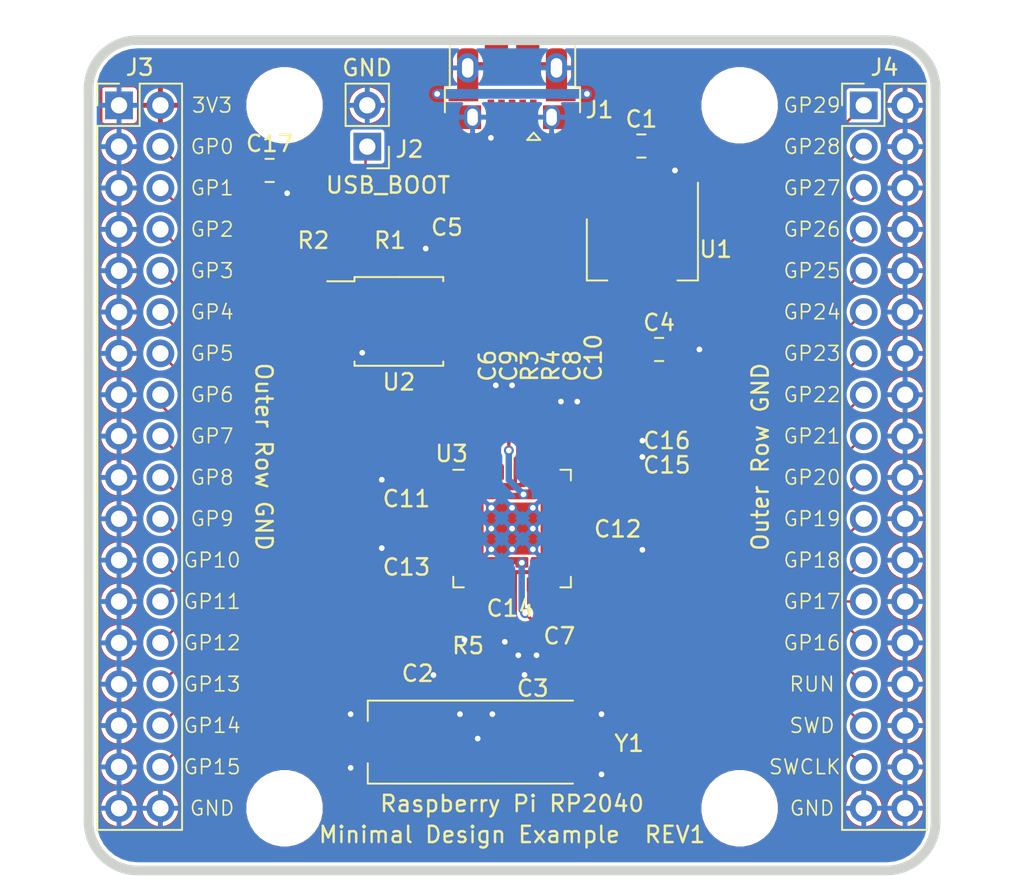
<source format=kicad_pcb>
(kicad_pcb (version 20211014) (generator pcbnew)
  (title_block (title "RP2040 Minimal Design Example") (date "2020-07-13") (rev "REV1") (company "Raspberry Pi (Trading) Ltd"))
  (layers (0 "F.Cu" signal) (31 "B.Cu" signal) (34 "B.Paste" user) (35 "F.Paste" user) (36 "B.SilkS" user "B.Silkscreen") (37 "F.SilkS" user "F.Silkscreen") (38 "B.Mask" user) (39 "F.Mask" user) (44 "Edge.Cuts" user))
  (net 0 "")
  (net 1 "GND")
  (net 2 "VBUS")
  (net 3 "/XIN")
  (net 4 "/XOUT")
  (net 5 "+3V3")
  (net 6 "+1V1")
  (net 7 "Net-(J1-Pad4)")
  (net 8 "/~{USB_BOOT}")
  (net 9 "/GPIO15")
  (net 10 "/GPIO14")
  (net 11 "/GPIO13")
  (net 12 "/GPIO12")
  (net 13 "/GPIO11")
  (net 14 "/GPIO10")
  (net 15 "/GPIO9")
  (net 16 "/GPIO8")
  (net 17 "/GPIO7")
  (net 18 "/GPIO6")
  (net 19 "/GPIO5")
  (net 20 "/GPIO4")
  (net 21 "/GPIO3")
  (net 22 "/GPIO2")
  (net 23 "/GPIO1")
  (net 24 "/GPIO0")
  (net 25 "/GPIO29_ADC3")
  (net 26 "/GPIO28_ADC2")
  (net 27 "/GPIO27_ADC1")
  (net 28 "/GPIO26_ADC0")
  (net 29 "/GPIO25")
  (net 30 "/GPIO24")
  (net 31 "/GPIO23")
  (net 32 "/GPIO22")
  (net 33 "/GPIO21")
  (net 34 "/GPIO20")
  (net 35 "/GPIO19")
  (net 36 "/GPIO18")
  (net 37 "/GPIO17")
  (net 38 "/GPIO16")
  (net 39 "/RUN")
  (net 40 "/SWD")
  (net 41 "/SWCLK")
  (net 42 "/QSPI_SS")
  (net 43 "Net-(R3-Pad2)")
  (net 44 "Net-(R4-Pad2)")
  (net 45 "/QSPI_SD3")
  (net 46 "/QSPI_SCLK")
  (net 47 "/QSPI_SD0")
  (net 48 "/QSPI_SD2")
  (net 49 "/QSPI_SD1")
  (net 50 "/USB_D+")
  (net 51 "/USB_D-")
  (net 52 "Net-(C3-Pad1)")
  (footprint "Capacitor_SMD:C_0805_2012Metric" (layer "F.Cu") (at 109.025 89)
    (fp_text reference "C4")
    (fp_text value "10u")
  )
  (footprint "RP2040_minimal:USB_Micro-B_Amphenol_10103594-0001LF_Horizontal_modified" (layer "F.Cu") (at 100 71.7 180)
    (fp_text reference "J1")
    (fp_text value "USB_B_Micro")
  )
  (footprint "Connector_PinHeader_2.54mm:PinHeader_1x02_P2.54mm_Vertical" (layer "F.Cu") (at 91.11 76.54 180)
    (fp_text reference "J2")
    (fp_text value "Conn_01x02")
  )
  (footprint "Connector_PinHeader_2.54mm:PinHeader_2x18_P2.54mm_Vertical" (layer "F.Cu") (at 75.87 74)
    (fp_text reference "J3")
    (fp_text value "Conn_02x18_Odd_Even")
  )
  (footprint "Capacitor_SMD:C_0402_1005Metric" (layer "F.Cu") (at 104 93.515 90)
    (fp_text reference "C10")
    (fp_text value "1u")
  )
  (footprint "Capacitor_SMD:C_0402_1005Metric" (layer "F.Cu") (at 103 93.515 90)
    (fp_text reference "C8")
    (fp_text value "1u")
  )
  (footprint "Capacitor_SMD:C_0402_1005Metric" (layer "F.Cu") (at 93.515 101.2 180)
    (fp_text reference "C13")
    (fp_text value "100n")
  )
  (footprint "Capacitor_SMD:C_0402_1005Metric" (layer "F.Cu") (at 96.185 82.83 180)
    (fp_text reference "C5")
    (fp_text value "100n")
  )
  (footprint "Capacitor_SMD:C_0402_1005Metric" (layer "F.Cu") (at 89.5 82.315 -90)
    (fp_text reference "R2")
    (fp_text value "DNF")
  )
  (footprint "Connector_PinHeader_2.54mm:PinHeader_2x18_P2.54mm_Vertical" (layer "F.Cu") (at 121.59 74)
    (fp_text reference "J4")
    (fp_text value "Conn_02x18_Odd_Even")
  )
  (footprint "Package_TO_SOT_SMD:SOT-223-3_TabPin2" (layer "F.Cu") (at 108 82.85 -90)
    (fp_text reference "U1")
    (fp_text value "NCP1117-3.3_SOT223")
  )
  (footprint "Package_SO:SOIC-8_5.23x5.23mm_P1.27mm" (layer "F.Cu") (at 93.05 87.275)
    (fp_text reference "U2")
    (fp_text value "W25Q128JVS")
  )
  (footprint "Capacitor_SMD:C_0402_1005Metric" (layer "F.Cu") (at 99.485 109)
    (fp_text reference "C3")
    (fp_text value "27p")
  )
  (footprint "Capacitor_SMD:C_0402_1005Metric" (layer "F.Cu") (at 91 82.315 90)
    (fp_text reference "R1")
    (fp_text value "1k")
  )
  (footprint "Capacitor_SMD:C_0402_1005Metric" (layer "F.Cu") (at 100 92.515 90)
    (fp_text reference "C9")
    (fp_text value "100n")
  )
  (footprint "Capacitor_SMD:C_0402_1005Metric" (layer "F.Cu") (at 106.485 101.2)
    (fp_text reference "C12")
    (fp_text value "100n")
  )
  (footprint "Capacitor_SMD:C_0402_1005Metric" (layer "F.Cu") (at 100.381 106.485 -90)
    (fp_text reference "C14")
    (fp_text value "100n")
  )
  (footprint "Capacitor_SMD:C_0402_1005Metric" (layer "F.Cu") (at 101 93.515 -90)
    (fp_text reference "R3")
    (fp_text value "27")
  )
  (footprint "Capacitor_SMD:C_0402_1005Metric" (layer "F.Cu") (at 101.5 106.485 -90)
    (fp_text reference "C7")
    (fp_text value "100n")
  )
  (footprint "Capacitor_SMD:C_0805_2012Metric" (layer "F.Cu") (at 107.9375 76.5)
    (fp_text reference "C1")
    (fp_text value "10u")
  )
  (footprint "Capacitor_SMD:C_0402_1005Metric" (layer "F.Cu") (at 93.515 97 180)
    (fp_text reference "C11")
    (fp_text value "100n")
  )
  (footprint "Capacitor_SMD:C_0402_1005Metric" (layer "F.Cu") (at 106.485 94.6)
    (fp_text reference "C16")
    (fp_text value "100n")
  )
  (footprint "RP2040_minimal:RP2040-QFN-56" (layer "F.Cu") (at 100 100)
    (fp_text reference "U3")
    (fp_text value "RP2040")
  )
  (footprint "Capacitor_SMD:C_0402_1005Metric" (layer "F.Cu") (at 96.515 109 180)
    (fp_text reference "C2")
    (fp_text value "27p")
  )
  (footprint "MountingHole:MountingHole_2.7mm_M2.5" (layer "F.Cu") (at 113.97 74)
    (fp_text reference "H2" hide)
    (fp_text value "MountingHole")
  )
  (footprint "Capacitor_SMD:C_0402_1005Metric" (layer "F.Cu") (at 102 93.515 -90)
    (fp_text reference "R4")
    (fp_text value "27")
  )
  (footprint "MountingHole:MountingHole_2.7mm_M2.5" (layer "F.Cu") (at 113.97 117.18)
    (fp_text reference "H3" hide)
    (fp_text value "MountingHole")
  )
  (footprint "Capacitor_SMD:C_0402_1005Metric" (layer "F.Cu") (at 99 92.515 90)
    (fp_text reference "C6")
    (fp_text value "100n")
  )
  (footprint "Capacitor_SMD:C_0402_1005Metric" (layer "F.Cu") (at 106.485 96)
    (fp_text reference "C15")
    (fp_text value "100n")
  )
  (footprint "Capacitor_SMD:C_0402_1005Metric" (layer "F.Cu") (at 98.7 107.115 -90)
    (fp_text reference "R5")
    (fp_text value "1k")
  )
  (footprint "MountingHole:MountingHole_2.7mm_M2.5" (layer "F.Cu") (at 86.03 74)
    (fp_text reference "H1" hide)
    (fp_text value "MountingHole")
  )
  (footprint "MountingHole:MountingHole_2.7mm_M2.5" (layer "F.Cu") (at 86.03 117.18)
    (fp_text reference "H4" hide)
    (fp_text value "MountingHole")
  )
  (footprint "RP2040_minimal:Crystal_SMD_HC49-US" (layer "F.Cu") (at 97.841 113.116)
    (fp_text reference "Y1")
    (fp_text value "ABLS-12.000MHZ-B4-T")
  )
  (footprint "Capacitor_SMD:C_0805_2012Metric" (layer "F.Cu") (at 85.115 78)
    (fp_text reference "C17")
    (fp_text value "10u")
  )
  (gr_line (start 123 121) (end 77 121) (layer "Edge.Cuts") (width 0.6))
  (gr_line (start 126 73) (end 126 118) (layer "Edge.Cuts") (width 0.6))
  (gr_line (start 77 70) (end 123 70) (layer "Edge.Cuts") (width 0.6))
  (gr_line (start 74 118) (end 74 73) (layer "Edge.Cuts") (width 0.6))
  (gr_arc (start 126 118) (mid 125.12132 120.12132) (end 123 121) (layer "Edge.Cuts") (width 0.6))
  (gr_arc (start 77 121) (mid 74.87868 120.12132) (end 74 118) (layer "Edge.Cuts") (width 0.6))
  (gr_arc (start 123 70) (mid 125.12132 70.87868) (end 126 73) (layer "Edge.Cuts") (width 0.6))
  (gr_arc (start 74 73) (mid 74.87868 70.87868) (end 77 70) (layer "Edge.Cuts") (width 0.6))
  (gr_text "GP1" (at 81.585 79.08) (layer "F.SilkS") (effects (font (size 0.9 0.9) (thickness 0.1))))
  (gr_text "GP2" (at 81.585 81.62) (layer "F.SilkS") (effects (font (size 0.9 0.9) (thickness 0.1))))
  (gr_text "GP3" (at 81.585 84.16) (layer "F.SilkS") (effects (font (size 0.9 0.9) (thickness 0.1))))
  (gr_text "GP4" (at 81.585 86.7) (layer "F.SilkS") (effects (font (size 0.9 0.9) (thickness 0.1))))
  (gr_text "GP5" (at 81.585 89.24) (layer "F.SilkS") (effects (font (size 0.9 0.9) (thickness 0.1))))
  (gr_text "GP6" (at 81.585 91.78) (layer "F.SilkS") (effects (font (size 0.9 0.9) (thickness 0.1))))
  (gr_text "GP7" (at 81.585 94.32) (layer "F.SilkS") (effects (font (size 0.9 0.9) (thickness 0.1))))
  (gr_text "GP8" (at 81.585 96.86) (layer "F.SilkS") (effects (font (size 0.9 0.9) (thickness 0.1))))
  (gr_text "GP9" (at 81.585 99.4) (layer "F.SilkS") (effects (font (size 0.9 0.9) (thickness 0.1))))
  (gr_text "GP11" (at 81.585 104.48) (layer "F.SilkS") (effects (font (size 0.9 0.9) (thickness 0.1))))
  (gr_text "GP10" (at 81.585 101.94) (layer "F.SilkS") (effects (font (size 0.9 0.9) (thickness 0.1))))
  (gr_text "GP12" (at 81.585 107.02) (layer "F.SilkS") (effects (font (size 0.9 0.9) (thickness 0.1))))
  (gr_text "GP13" (at 81.585 109.56) (layer "F.SilkS") (effects (font (size 0.9 0.9) (thickness 0.1))))
  (gr_text "GP15" (at 81.585 114.64) (layer "F.SilkS") (effects (font (size 0.9 0.9) (thickness 0.1))))
  (gr_text "GP14" (at 81.585 112.1) (layer "F.SilkS") (effects (font (size 0.9 0.9) (thickness 0.1))))
  (gr_text "GP28" (at 118.415 76.54) (layer "F.SilkS") (effects (font (size 0.9 0.9) (thickness 0.1))))
  (gr_text "GP27" (at 118.415 79.08) (layer "F.SilkS") (effects (font (size 0.9 0.9) (thickness 0.1))))
  (gr_text "GP26" (at 118.415 81.62) (layer "F.SilkS") (effects (font (size 0.9 0.9) (thickness 0.1))))
  (gr_text "GP25" (at 118.415 84.16) (layer "F.SilkS") (effects (font (size 0.9 0.9) (thickness 0.1))))
  (gr_text "GP24" (at 118.415 86.7) (layer "F.SilkS") (effects (font (size 0.9 0.9) (thickness 0.1))))
  (gr_text "GP23" (at 118.415 89.24) (layer "F.SilkS") (effects (font (size 0.9 0.9) (thickness 0.1))))
  (gr_text "GP21" (at 118.415 94.32) (layer "F.SilkS") (effects (font (size 0.9 0.9) (thickness 0.1))))
  (gr_text "GP20" (at 118.415 96.86) (layer "F.SilkS") (effects (font (size 0.9 0.9) (thickness 0.1))))
  (gr_text "GP19" (at 118.415 99.4) (layer "F.SilkS") (effects (font (size 0.9 0.9) (thickness 0.1))))
  (gr_text "GP17" (at 118.415 104.48) (layer "F.SilkS") (effects (font (size 0.9 0.9) (thickness 0.1))))
  (gr_text "GP22" (at 118.415 91.78) (layer "F.SilkS") (effects (font (size 0.9 0.9) (thickness 0.1))))
  (gr_text "GP18" (at 118.415 101.94) (layer "F.SilkS") (effects (font (size 0.9 0.9) (thickness 0.1))))
  (gr_text "SWCLK" (at 117.9705 114.64) (layer "F.SilkS") (effects (font (size 0.9 0.9) (thickness 0.1))))
  (gr_text "SWD" (at 118.415 112.1) (layer "F.SilkS") (effects (font (size 0.9 0.9) (thickness 0.1))))
  (gr_text "GP16" (at 118.415 107.02) (layer "F.SilkS") (effects (font (size 0.9 0.9) (thickness 0.1))))
  (gr_text "RUN" (at 118.415 109.56) (layer "F.SilkS") (effects (font (size 0.9 0.9) (thickness 0.1))))
  (gr_text "GND" (at 81.585 117.18) (layer "F.SilkS") (effects (font (size 0.9 0.9) (thickness 0.1))))
  (gr_text "GND" (at 118.415 117.18) (layer "F.SilkS") (effects (font (size 0.9 0.9) (thickness 0.1))))
  (gr_text "GP29" (at 118.415 74) (layer "F.SilkS") (effects (font (size 0.9 0.9) (thickness 0.1))))
  (gr_text "Outer Row GND" (at 84.76 95.59 270) (layer "F.SilkS") (effects (font (size 1 1))))
  (gr_text "Outer Row GND" (at 115.24 95.59 90) (layer "F.SilkS") (effects (font (size 1 1))))
  (gr_text "Raspberry Pi RP2040" (at 100 116.9) (layer "F.SilkS") (effects (font (size 1 1))))
  (gr_text "3V3" (at 81.585 74) (layer "F.SilkS") (effects (font (size 0.9 0.9) (thickness 0.1))))
  (gr_text "Minimal Design Example  REV1" (at 100 118.8) (layer "F.SilkS") (effects (font (size 1 1))))
  (gr_text "GP0" (at 81.585 76.54) (layer "F.SilkS") (effects (font (size 0.9 0.9) (thickness 0.1))))
  (gr_text "GND" (at 91.1 71.7) (layer "F.SilkS") (effects (font (size 1 1))))
  (gr_text "\nUSB_BOOT" (at 92.38 78.1) (layer "F.SilkS") (effects (font (size 1 1))))
  (segment (start 93.03 101.2) (end 92 101.2) (width 0.2) (layer "F.Cu") (net 1))
  (segment (start 100 92.03) (end 100 91.2) (width 0.2) (layer "F.Cu") (net 1))
  (segment (start 86.19 79) (end 86.19 79.1) (width 0.15) (layer "F.Cu") (net 1))
  (segment (start 110.3 78.3) (end 110 78) (width 0.2) (layer "F.Cu") (net 1))
  (segment (start 106.97 96) (end 107.6 96) (width 0.15) (layer "F.Cu") (net 1))
  (segment (start 96.8 111.65) (end 96.8 110.599974) (width 0.2) (layer "F.Cu") (net 1))
  (segment (start 99.97 108.68) (end 99.5555 108.2655) (width 0.15) (layer "F.Cu") (net 1))
  (segment (start 99 92.03) (end 99 91.200008) (width 0.2) (layer "F.Cu") (net 1))
  (segment (start 96.03 109) (end 95.174 109) (width 0.2) (layer "F.Cu") (net 1))
  (segment (start 99 104.6545) (end 97.079 106.5755) (width 0.15) (layer "F.Cu") (net 1))
  (segment (start 100.7505 109) (end 100.762 108.9885) (width 0.15) (layer "F.Cu") (net 1))
  (segment (start 110.3 79.7) (end 110.3 78.3) (width 0.2) (layer "F.Cu") (net 1))
  (segment (start 103 93.03) (end 103 92.2) (width 0.2) (layer "F.Cu") (net 1))
  (segment (start 100.381 106.97) (end 100.381 107.781984) (width 0.2) (layer "F.Cu") (net 1))
  (segment (start 89.45 89.18) (end 90.78 89.18) (width 0.2) (layer "F.Cu") (net 1))
  (segment (start 98.7 74.6) (end 98.7 76) (width 0.2) (layer "F.Cu") (net 1))
  (segment (start 110.05 89) (end 111.5 89) (width 0.2) (layer "F.Cu") (net 1))
  (segment (start 99.97 109) (end 100.7505 109) (width 0.15) (layer "F.Cu") (net 1))
  (segment (start 97.079 106.5755) (end 97.079 106.8295) (width 0.15) (layer "F.Cu") (net 1))
  (segment (start 100.96 71.45) (end 102.46 71.45) (width 0.2) (layer "F.Cu") (net 1))
  (segment (start 107.6 96) (end 108 95.6) (width 0.15) (layer "F.Cu") (net 1))
  (segment (start 106.97 94.6) (end 108 94.6) (width 0.2) (layer "F.Cu") (net 1))
  (segment (start 108.875 76.5) (end 108.875 76.875) (width 0.2) (layer "F.Cu") (net 1))
  (segment (start 95.7 82.83) (end 95.405 82.83) (width 0.2) (layer "F.Cu") (net 1))
  (segment (start 102.46 71.45) (end 102.73 71.72) (width 0.2) (layer "F.Cu") (net 1))
  (segment (start 99.04 71.45) (end 97.54 71.45) (width 0.2) (layer "F.Cu") (net 1))
  (segment (start 99 113.35) (end 99 114.4) (width 0.2) (layer "F.Cu") (net 1))
  (segment (start 106.97 101.2) (end 107.075 101.305) (width 0.2) (layer "F.Cu") (net 1))
  (segment (start 104 93.03) (end 104 92.2) (width 0.2) (layer "F.Cu") (net 1))
  (segment (start 100.381 107.781984) (end 100.380994 107.78199) (width 0.2) (layer "F.Cu") (net 1))
  (segment (start 108.875 76.875) (end 110 78) (width 0.2) (layer "F.Cu") (net 1))
  (segment (start 99.5555 108.2655) (end 99.5555 108.0995) (width 0.15) (layer "F.Cu") (net 1))
  (segment (start 107.075 101.305) (end 108 101.305) (width 0.2) (layer "F.Cu") (net 1))
  (segment (start 101.5 106.97) (end 101.5 107.782004) (width 0.2) (layer "F.Cu") (net 1))
  (segment (start 86.14 78) (end 86.14 79.25) (width 0.15) (layer "F.Cu") (net 1))
  (segment (start 86.14 78.95) (end 86.19 79) (width 0.15) (layer "F.Cu") (net 1))
  (segment (start 95.405 82.83) (end 95.375 82.8) (width 0.2) (layer "F.Cu") (net 1))
  (segment (start 97.54 71.45) (end 97.27 71.72) (width 0.2) (layer "F.Cu") (net 1))
  (segment (start 93.03 97) (end 92 97) (width 0.2) (layer "F.Cu") (net 1))
  (segment (start 99.97 109) (end 99.97 108.68) (width 0.15) (layer "F.Cu") (net 1))
  (segment (start 90.78 89.18) (end 90.8 89.2) (width 0.2) (layer "F.Cu") (net 1))
  (segment (start 95.375 82.8) (end 94.7 82.8) (width 0.2) (layer "F.Cu") (net 1))
  (segment (start 99 103.4375) (end 99 104.6545) (width 0.15) (layer "F.Cu") (net 1))
  (via (at 99.5555 106.9565) (size 0.6) (drill 0.35) (layers "F.Cu" "B.Cu") (net 1))
  (via (at 97.89 112.9) (size 0.6) (drill 0.35) (layers "F.Cu" "B.Cu") (net 1))
  (via (at 98.79 111.4) (size 0.6) (drill 0.35) (layers "F.Cu" "B.Cu") (net 1))
  (via (at 90.09 114.7) (size 0.6) (drill 0.35) (layers "F.Cu" "B.Cu") (net 1))
  (via (at 90.09 111.4) (size 0.6) (drill 0.35) (layers "F.Cu" "B.Cu") (net 1))
  (via (at 105.49 111.4) (size 0.6) (drill 0.35) (layers "F.Cu" "B.Cu") (net 1))
  (via (at 108 95.6) (size 0.6) (drill 0.35) (layers "F.Cu" "B.Cu") (net 1))
  (via (at 100.762 108.9885) (size 0.6) (drill 0.35) (layers "F.Cu" "B.Cu") (net 1))
  (via (at 97.079 106.8295) (size 0.6) (drill 0.35) (layers "F.Cu" "B.Cu") (net 1))
  (via (at 96.8 111.4) (size 0.6) (drill 0.35) (layers "F.Cu" "B.Cu") (net 1))
  (via (at 111.5 89) (size 0.6) (drill 0.35) (layers "F.Cu" "B.Cu") (net 1))
  (via (at 100.380994 107.78199) (size 0.6) (drill 0.35) (layers "F.Cu" "B.Cu") (net 1))
  (via (at 104 92.2) (size 0.6) (drill 0.35) (layers "F.Cu" "B.Cu") (net 1))
  (via (at 94.7 82.8) (size 0.6) (drill 0.35) (layers "F.Cu" "B.Cu") (net 1))
  (via (at 95.174 109) (size 0.6) (drill 0.35) (layers "F.Cu" "B.Cu") (net 1))
  (via (at 101.5 107.782004) (size 0.6) (drill 0.35) (layers "F.Cu" "B.Cu") (net 1))
  (via (at 110 78) (size 0.6) (drill 0.35) (layers "F.Cu" "B.Cu") (net 1))
  (via (at 103 92.2) (size 0.6) (drill 0.35) (layers "F.Cu" "B.Cu") (net 1))
  (via (at 105.49 115.1) (size 0.6) (drill 0.35) (layers "F.Cu" "B.Cu") (net 1))
  (via (at 99 91.200008) (size 0.6) (drill 0.35) (layers "F.Cu" "B.Cu") (net 1))
  (via (at 98.7 76) (size 0.6) (drill 0.35) (layers "F.Cu" "B.Cu") (net 1))
  (via (at 108 101.305) (size 0.6) (drill 0.35) (layers "F.Cu" "B.Cu") (net 1))
  (via (at 86.19 79.4) (size 0.6) (drill 0.35) (layers "F.Cu" "B.Cu") (net 1))
  (via (at 108 94.6) (size 0.6) (drill 0.35) (layers "F.Cu" "B.Cu") (net 1))
  (via (at 100 91.2) (size 0.6) (drill 0.35) (layers "F.Cu" "B.Cu") (net 1))
  (via (at 92 101.2) (size 0.6) (drill 0.35) (layers "F.Cu" "B.Cu") (net 1))
  (via (at 92 97) (size 0.6) (drill 0.35) (layers "F.Cu" "B.Cu") (net 1))
  (via (at 90.8 89.2) (size 0.6) (drill 0.35) (layers "F.Cu" "B.Cu") (net 1))
  (segment (start 103.8 93) (end 103.299999 92.499999) (width 0.2) (layer "B.Cu") (net 1))
  (segment (start 103.299999 92.499999) (end 103 92.2) (width 0.2) (layer "B.Cu") (net 1))
  (segment (start 104 93) (end 103.8 93) (width 0.2) (layer "B.Cu") (net 1))
  (segment (start 101.3 74.525) (end 101.3 75.5) (width 0.4) (layer "F.Cu") (net 2))
  (segment (start 101.3 75.5) (end 102.1 76.3) (width 0.4) (layer "F.Cu") (net 2))
  (segment (start 97.6505 109.6505) (end 97.6505 111.7825) (width 0.15) (layer "F.Cu") (net 3))
  (segment (start 97.8 106.537861) (end 97.8 108.2) (width 0.15) (layer "F.Cu") (net 3))
  (segment (start 97.8 108.2) (end 97 109) (width 0.15) (layer "F.Cu") (net 3))
  (segment (start 99.4 104.937861) (end 97.8 106.537861) (width 0.15) (layer "F.Cu") (net 3))
  (segment (start 96.317 113.116) (end 93.341 113.116) (width 0.15) (layer "F.Cu") (net 3))
  (segment (start 97 109) (end 97.6505 109.6505) (width 0.15) (layer "F.Cu") (net 3))
  (segment (start 99.4 103.4375) (end 99.4 104.937861) (width 0.15) (layer "F.Cu") (net 3))
  (segment (start 97.6505 111.7825) (end 96.317 113.116) (width 0.15) (layer "F.Cu") (net 3))
  (segment (start 99.8 103.4375) (end 99.8 105.1) (width 0.15) (layer "F.Cu") (net 4))
  (segment (start 99.8 105.1) (end 98.7 106.2) (width 0.15) (layer "F.Cu") (net 4))
  (segment (start 98.7 106.2) (end 98.7 106.63) (width 0.15) (layer "F.Cu") (net 4))
  (segment (start 102.6 96.5625) (end 102.6 97.4) (width 0.2) (layer "F.Cu") (net 5))
  (segment (start 100.2 97.4) (end 100.2 97) (width 0.2) (layer "F.Cu") (net 5))
  (segment (start 96.65 82.85) (end 96.67 82.83) (width 0.2) (layer "F.Cu") (net 5))
  (segment (start 100.350001 94.112535) (end 100.350001 95.549999) (width 0.2) (layer "F.Cu") (net 5))
  (segment (start 100.701 106) (end 100.9525 106.2515) (width 0.15) (layer "F.Cu") (net 5))
  (segment (start 100.2 105.5055) (end 100.381 105.6865) (width 0.2) (layer "F.Cu") (net 5))
  (segment (start 102.2 97.2) (end 102.4 97.4) (width 0.2) (layer "F.Cu") (net 5))
  (segment (start 103.4375 97.4) (end 102.6 97.4) (width 0.2) (layer "F.Cu") (net 5))
  (segment (start 100.2 102.8) (end 100 102.6) (width 0.2) (layer "F.Cu") (net 5))
  (segment (start 108 86) (end 108 89) (width 0.2) (layer "F.Cu") (net 5))
  (segment (start 100.2 103.4375) (end 100.2 105.5055) (width 0.2) (layer "F.Cu") (net 5))
  (segment (start 103.4375 101) (end 105.8 101) (width 0.2) (layer "F.Cu") (net 5))
  (segment (start 74.7 72.9) (end 74.7 75.2) (width 0.3) (layer "F.Cu") (net 5))
  (segment (start 100 93.762534) (end 100.350001 94.112535) (width 0.2) (layer "F.Cu") (net 5))
  (segment (start 96.5625 101) (end 94.2 101) (width 0.2) (layer "F.Cu") (net 5))
  (segment (start 100.381 106) (end 100.701 106) (width 0.15) (layer "F.Cu") (net 5))
  (segment (start 102.2 96.5625) (end 102.2 96.1) (width 0.2) (layer "F.Cu") (net 5))
  (segment (start 103.4375 101) (end 102.6 101) (width 0.2) (layer "F.Cu") (net 5))
  (segment (start 102.2 96.5625) (end 102.2 97.2) (width 0.2) (layer "F.Cu") (net 5))
  (segment (start 100.6 95.799998) (end 100.350001 95.549999) (width 0.2) (layer "F.Cu") (net 5))
  (segment (start 96.5625 97.4) (end 97.4 97.4) (width 0.2) (layer "F.Cu") (net 5))
  (segment (start 100.9525 108.163) (end 101.096505 108.307005) (width 0.15) (layer "F.Cu") (net 5))
  (segment (start 100.6 97.2) (end 100.4 97.4) (width 0.2) (layer "F.Cu") (net 5))
  (segment (start 94.2 101) (end 94 101.2) (width 0.2) (layer "F.Cu") (net 5))
  (segment (start 96.5625 97.4) (end 95.7 97.4) (width 0.2) (layer "F.Cu") (net 5))
  (segment (start 100.2 103.4375) (end 100.2 102.8) (width 0.2) (layer "F.Cu") (net 5))
  (segment (start 96.65 85.37) (end 96.65 82.85) (width 0.2) (layer "F.Cu") (net 5))
  (segment (start 100.6 96.5625) (end 100.6 97.2) (width 0.2) (layer "F.Cu") (net 5))
  (segment (start 100 93) (end 100 93.762534) (width 0.2) (layer "F.Cu") (net 5))
  (segment (start 100.381 105.6865) (end 100.381 106) (width 0.2) (layer "F.Cu") (net 5))
  (segment (start 101.096505 108.307005) (end 102.141995 108.307005) (width 0.15) (layer "F.Cu") (net 5))
  (segment (start 100.9525 106.2515) (end 100.9525 108.163) (width 0.15) (layer "F.Cu") (net 5))
  (segment (start 100.2 95.7) (end 100.2 96.5625) (width 0.2) (layer "F.Cu") (net 5))
  (segment (start 100.6 96.5625) (end 100.6 95.799998) (width 0.2) (layer "F.Cu") (net 5))
  (segment (start 105.8 101) (end 106 101.2) (width 0.2) (layer "F.Cu") (net 5))
  (segment (start 102.2 96.1) (end 103.6 94.7) (width 0.2) (layer "F.Cu") (net 5))
  (segment (start 100.350001 95.549999) (end 100.2 95.7) (width 0.2) (layer "F.Cu") (net 5))
  (segment (start 96.5625 101) (end 97.4 101) (width 0.2) (layer "F.Cu") (net 5))
  (segment (start 100.2 96.5625) (end 100.2 97.4) (width 0.2) (layer "F.Cu") (net 5))
  (via (at 95.4 73.3) (size 0.6) (drill 0.35) (layers "F.Cu" "B.Cu") (net 5))
  (via (at 104.6 73.3) (size 0.6) (drill 0.35) (layers "F.Cu" "B.Cu") (net 5))
  (segment (start 104.6 73.3) (end 95.4 73.3) (width 0.6) (layer "B.Cu") (net 5))
  (segment (start 99.8 96.5625) (end 99.8 95.199994) (width 0.2) (layer "F.Cu") (net 6))
  (segment (start 101.8 96.5625) (end 101.8 97.4) (width 0.2) (layer "F.Cu") (net 6))
  (segment (start 100.4 98) (end 100.5 97.9) (width 0.15) (layer "F.Cu") (net 6))
  (segment (start 101.5 106) (end 101.5 105.9) (width 0.2) (layer "F.Cu") (net 6))
  (segment (start 99 93) (end 99 93.295) (width 0.2) (layer "F.Cu") (net 6))
  (segment (start 101.5 105.9) (end 100.8 105.2) (width 0.2) (layer "F.Cu") (net 6))
  (segment (start 101.8 96.5625) (end 101.8 95.8) (width 0.2) (layer "F.Cu") (net 6))
  (segment (start 99.8 94.77573) (end 99.8 95.199994) (width 0.2) (layer "F.Cu") (net 6))
  (segment (start 100.6 103.4375) (end 100.6 105) (width 0.2) (layer "F.Cu") (net 6))
  (segment (start 100.5 97.9) (end 100.7 97.9) (width 0.15) (layer "F.Cu") (net 6))
  (segment (start 103 94.6) (end 103 94) (width 0.2) (layer "F.Cu") (net 6))
  (segment (start 99.8 94.095) (end 99.8 94.77573) (width 0.2) (layer "F.Cu") (net 6))
  (segment (start 101.8 95.8) (end 103 94.6) (width 0.2) (layer "F.Cu") (net 6))
  (segment (start 99 93.295) (end 99.8 94.095) (width 0.2) (layer "F.Cu") (net 6))
  (segment (start 100.6 105) (end 100.8 105.2) (width 0.2) (layer "F.Cu") (net 6))
  (via (at 99.8 95.199994) (size 0.6) (drill 0.35) (layers "F.Cu" "B.Cu") (net 6))
  (via (at 100.59997 102.1) (size 0.6) (drill 0.35) (layers "F.Cu" "B.Cu") (net 6))
  (via (at 100.7 97.9) (size 0.6) (drill 0.35) (layers "F.Cu" "B.Cu") (net 6))
  (via (at 100.8 105.2) (size 0.6) (drill 0.35) (layers "F.Cu" "B.Cu") (net 6))
  (segment (start 100.59 104.99) (end 100.59 102.10997) (width 0.4) (layer "B.Cu") (net 6))
  (segment (start 100.8 105.2) (end 100.59 104.99) (width 0.4) (layer "B.Cu") (net 6))
  (segment (start 99.8 97.01) (end 100.69 97.9) (width 0.4) (layer "B.Cu") (net 6))
  (segment (start 100.69 97.9) (end 100.7 97.9) (width 0.4) (layer "B.Cu") (net 6))
  (segment (start 100.59 102.10997) (end 100.59997 102.1) (width 0.4) (layer "B.Cu") (net 6))
  (segment (start 99.8 95.199994) (end 99.8 97.01) (width 0.4) (layer "B.Cu") (net 6))
  (segment (start 91 81.83) (end 91 76.65) (width 0.15) (layer "F.Cu") (net 8))
  (segment (start 91 76.65) (end 91.11 76.54) (width 0.15) (layer "F.Cu") (net 8))
  (segment (start 96.687861 106.35) (end 86.7 106.35) (width 0.15) (layer "F.Cu") (net 9))
  (segment (start 98.6 103.4375) (end 98.6 104.437861) (width 0.15) (layer "F.Cu") (net 9))
  (segment (start 98.6 104.437861) (end 96.687861 106.35) (width 0.15) (layer "F.Cu") (net 9))
  (segment (start 86.7 106.35) (end 78.41 114.64) (width 0.15) (layer "F.Cu") (net 9))
  (segment (start 96.675 105.715) (end 84.795 105.715) (width 0.15) (layer "F.Cu") (net 10))
  (segment (start 84.795 105.715) (end 78.41 112.1) (width 0.15) (layer "F.Cu") (net 10))
  (segment (start 98.2 103.4375) (end 98.2 104.19) (width 0.15) (layer "F.Cu") (net 10))
  (segment (start 98.2 104.19) (end 96.675 105.715) (width 0.15) (layer "F.Cu") (net 10))
  (segment (start 97.8 103.4375) (end 97.8 103.875) (width 0.15) (layer "F.Cu") (net 11))
  (segment (start 97.8 103.875) (end 96.595 105.08) (width 0.15) (layer "F.Cu") (net 11))
  (segment (start 96.595 105.08) (end 82.89 105.08) (width 0.15) (layer "F.Cu") (net 11))
  (segment (start 82.89 105.08) (end 78.41 109.56) (width 0.15) (layer "F.Cu") (net 11))
  (segment (start 80.985 104.445) (end 78.41 107.02) (width 0.15) (layer "F.Cu") (net 12))
  (segment (start 97.0975 103.5375) (end 96.19 104.445) (width 0.15) (layer "F.Cu") (net 12))
  (segment (start 97.3 103.5375) (end 97.0975 103.5375) (width 0.15) (layer "F.Cu") (net 12))
  (segment (start 97.4 103.4375) (end 97.3 103.5375) (width 0.15) (layer "F.Cu") (net 12))
  (segment (start 96.19 104.445) (end 80.985 104.445) (width 0.15) (layer "F.Cu") (net 12))
  (segment (start 79.08 103.81) (end 78.41 104.48) (width 0.15) (layer "F.Cu") (net 13))
  (segment (start 96.5625 102.6) (end 96.13 102.6) (width 0.15) (layer "F.Cu") (net 13))
  (segment (start 94.92 103.81) (end 79.08 103.81) (width 0.15) (layer "F.Cu") (net 13))
  (segment (start 96.13 102.6) (end 94.92 103.81) (width 0.15) (layer "F.Cu") (net 13))
  (segment (start 96.5625 102.2) (end 95.26 102.2) (width 0.15) (layer "F.Cu") (net 14))
  (segment (start 79.645 103.175) (end 78.41 101.94) (width 0.15) (layer "F.Cu") (net 14))
  (segment (start 94.285 103.175) (end 79.645 103.175) (width 0.15) (layer "F.Cu") (net 14))
  (segment (start 95.26 102.2) (end 94.285 103.175) (width 0.15) (layer "F.Cu") (net 14))
  (segment (start 95.025 101.8) (end 94.285 102.54) (width 0.15) (layer "F.Cu") (net 15))
  (segment (start 96.5625 101.8) (end 95.025 101.8) (width 0.15) (layer "F.Cu") (net 15))
  (segment (start 81.55 102.54) (end 78.41 99.4) (width 0.15) (layer "F.Cu") (net 15))
  (segment (start 94.285 102.54) (end 81.55 102.54) (width 0.15) (layer "F.Cu") (net 15))
  (segment (start 94.285 101.905) (end 83.455 101.905) (width 0.15) (layer "F.Cu") (net 16))
  (segment (start 96.5625 101.4) (end 94.79 101.4) (width 0.15) (layer "F.Cu") (net 16))
  (segment (start 83.455 101.905) (end 78.41 96.86) (width 0.15) (layer "F.Cu") (net 16))
  (segment (start 94.79 101.4) (end 94.285 101.905) (width 0.15) (layer "F.Cu") (net 16))
  (segment (start 96.5625 100.6) (end 84.69 100.6) (width 0.15) (layer "F.Cu") (net 17))
  (segment (start 84.69 100.6) (end 78.41 94.32) (width 0.15) (layer "F.Cu") (net 17))
  (segment (start 78.41 92.38) (end 78.41 91.78) (width 0.15) (layer "F.Cu") (net 18))
  (segment (start 86.23 100.2) (end 78.41 92.38) (width 0.15) (layer "F.Cu") (net 18))
  (segment (start 96.5625 100.2) (end 86.23 100.2) (width 0.15) (layer "F.Cu") (net 18))
  (segment (start 79.68 92.38) (end 79.68 90.51) (width 0.15) (layer "F.Cu") (net 19))
  (segment (start 87.1 99.8) (end 79.68 92.38) (width 0.15) (layer "F.Cu") (net 19))
  (segment (start 79.68 90.51) (end 78.41 89.24) (width 0.15) (layer "F.Cu") (net 19))
  (segment (start 96.5625 99.8) (end 87.1 99.8) (width 0.15) (layer "F.Cu") (net 19))
  (segment (start 96.5625 99.4) (end 87.97 99.4) (width 0.15) (layer "F.Cu") (net 20))
  (segment (start 80.95 89.24) (end 78.41 86.7) (width 0.15) (layer "F.Cu") (net 20))
  (segment (start 87.97 99.4) (end 80.95 92.38) (width 0.15) (layer "F.Cu") (net 20))
  (segment (start 80.95 92.38) (end 80.95 89.24) (width 0.15) (layer "F.Cu") (net 20))
  (segment (start 78.4275 84.16) (end 78.41 84.16) (width 0.15) (layer "F.Cu") (net 21))
  (segment (start 82.22 87.9525) (end 78.4275 84.16) (width 0.15) (layer "F.Cu") (net 21))
  (segment (start 96.5625 99) (end 88.84 99) (width 0.15) (layer "F.Cu") (net 21))
  (segment (start 88.84 99) (end 82.22 92.38) (width 0.15) (layer "F.Cu") (net 21))
  (segment (start 82.22 92.38) (end 82.22 87.9525) (width 0.15) (layer "F.Cu") (net 21))
  (segment (start 83.49 92.38) (end 83.49 86.6825) (width 0.15) (layer "F.Cu") (net 22))
  (segment (start 89.71 98.6) (end 83.49 92.38) (width 0.15) (layer "F.Cu") (net 22))
  (segment (start 78.4275 81.62) (end 78.41 81.62) (width 0.15) (layer "F.Cu") (net 22))
  (segment (start 96.5625 98.6) (end 89.71 98.6) (width 0.15) (layer "F.Cu") (net 22))
  (segment (start 83.49 86.6825) (end 78.4275 81.62) (width 0.15) (layer "F.Cu") (net 22))
  (segment (start 78.4275 79.08) (end 78.41 79.08) (width 0.15) (layer "F.Cu") (net 23))
  (segment (start 84.76 92.38) (end 84.76 85.4125) (width 0.15) (layer "F.Cu") (net 23))
  (segment (start 96.5625 98.2) (end 90.58 98.2) (width 0.15) (layer "F.Cu") (net 23))
  (segment (start 90.58 98.2) (end 84.76 92.38) (width 0.15) (layer "F.Cu") (net 23))
  (segment (start 84.76 85.4125) (end 78.4275 79.08) (width 0.15) (layer "F.Cu") (net 23))
  (segment (start 91.45 97.8) (end 86.03 92.38) (width 0.15) (layer "F.Cu") (net 24))
  (segment (start 96.5625 97.8) (end 91.45 97.8) (width 0.15) (layer "F.Cu") (net 24))
  (segment (start 86.03 92.38) (end 86.03 84.16) (width 0.15) (layer "F.Cu") (net 24))
  (segment (start 86.03 84.16) (end 78.41 76.54) (width 0.15) (layer "F.Cu") (net 24))
  (segment (start 106.645 97.8) (end 112.065 92.38) (width 0.15) (layer "F.Cu") (net 25))
  (segment (start 112.065 92.38) (end 112.065 83.51625) (width 0.15) (layer "F.Cu") (net 25))
  (segment (start 103.4375 97.8) (end 106.645 97.8) (width 0.15) (layer "F.Cu") (net 25))
  (segment (start 112.065 83.51625) (end 121.58125 74) (width 0.15) (layer "F.Cu") (net 25))
  (segment (start 121.58125 74) (end 121.59 74) (width 0.15) (layer "F.Cu") (net 25))
  (segment (start 113.335 84.795) (end 120.93 77.2) (width 0.15) (layer "F.Cu") (net 26))
  (segment (start 103.4375 98.2) (end 107.515 98.2) (width 0.15) (layer "F.Cu") (net 26))
  (segment (start 120.93 77.2) (end 121.59 76.54) (width 0.15) (layer "F.Cu") (net 26))
  (segment (start 107.515 98.2) (end 113.335 92.38) (width 0.15) (layer "F.Cu") (net 26))
  (segment (start 113.335 92.38) (end 113.335 84.795) (width 0.15) (layer "F.Cu") (net 26))
  (segment (start 114.605 86.065) (end 120.92 79.75) (width 0.15) (layer "F.Cu") (net 27))
  (segment (start 114.605 92.38) (end 114.605 86.065) (width 0.15) (layer "F.Cu") (net 27))
  (segment (start 120.92 79.75) (end 121.59 79.08) (width 0.15) (layer "F.Cu") (net 27))
  (segment (start 108.385 98.6) (end 114.605 92.38) (width 0.15) (layer "F.Cu") (net 27))
  (segment (start 103.4375 98.6) (end 108.385 98.6) (width 0.15) (layer "F.Cu") (net 27))
  (segment (start 120.92 82.29) (end 121.59 81.62) (width 0.15) (layer "F.Cu") (net 28))
  (segment (start 103.4375 99) (end 109.2725 99) (width 0.15) (layer "F.Cu") (net 28))
  (segment (start 115.875 92.3975) (end 115.875 87.335) (width 0.15) (layer "F.Cu") (net 28))
  (segment (start 115.875 87.335) (end 120.92 82.29) (width 0.15) (layer "F.Cu") (net 28))
  (segment (start 109.2725 99) (end 115.875 92.3975) (width 0.15) (layer "F.Cu") (net 28))
  (segment (start 103.4375 99.4) (end 110.125 99.4) (width 0.15) (layer "F.Cu") (net 29))
  (segment (start 117.145 92.38) (end 117.145 88.605) (width 0.15) (layer "F.Cu") (net 29))
  (segment (start 110.125 99.4) (end 117.145 92.38) (width 0.15) (layer "F.Cu") (net 29))
  (segment (start 117.145 88.605) (end 120.92 84.83) (width 0.15) (layer "F.Cu") (net 29))
  (segment (start 120.92 84.83) (end 121.59 84.16) (width 0.15) (layer "F.Cu") (net 29))
  (segment (start 110.995 99.8) (end 118.415 92.38) (width 0.15) (layer "F.Cu") (net 30))
  (segment (start 120.92 87.37) (end 121.59 86.7) (width 0.15) (layer "F.Cu") (net 30))
  (segment (start 118.415 89.875) (end 120.92 87.37) (width 0.15) (layer "F.Cu") (net 30))
  (segment (start 118.415 92.38) (end 118.415 89.875) (width 0.15) (layer "F.Cu") (net 30))
  (segment (start 103.4375 99.8) (end 110.995 99.8) (width 0.15) (layer "F.Cu") (net 30))
  (segment (start 105.2 100.2) (end 103.4375 100.2) (width 0.15) (layer "F.Cu") (net 31))
  (segment (start 119.685 92.38) (end 111.865 100.2) (width 0.15) (layer "F.Cu") (net 31))
  (segment (start 119.685 91.145) (end 119.685 92.38) (width 0.15) (layer "F.Cu") (net 31))
  (segment (start 121.59 89.24) (end 119.685 91.145) (width 0.15) (layer "F.Cu") (net 31))
  (segment (start 111.865 100.2) (end 105.2 100.2) (width 0.15) (layer "F.Cu") (net 31))
  (segment (start 112.77 100.6) (end 120.32 93.05) (width 0.15) (layer "F.Cu") (net 32))
  (segment (start 120.32 93.05) (end 121.59 91.78) (width 0.15) (layer "F.Cu") (net 32))
  (segment (start 103.4375 100.6) (end 112.77 100.6) (width 0.15) (layer "F.Cu") (net 32))
  (segment (start 104.56875 101.4) (end 105.10875 101.94) (width 0.15) (layer "F.Cu") (net 33))
  (segment (start 120.32 95.59) (end 121.59 94.32) (width 0.15) (layer "F.Cu") (net 33))
  (segment (start 103.4375 101.4) (end 104.56875 101.4) (width 0.15) (layer "F.Cu") (net 33))
  (segment (start 105.10875 101.94) (end 113.97 101.94) (width 0.15) (layer "F.Cu") (net 33))
  (segment (start 113.97 101.94) (end 120.32 95.59) (width 0.15) (layer "F.Cu") (net 33))
  (segment (start 103.4375 101.8) (end 104.305 101.8) (width 0.15) (layer "F.Cu") (net 34))
  (segment (start 115.875 102.575) (end 120.32 98.13) (width 0.15) (layer "F.Cu") (net 34))
  (segment (start 105.08 102.575) (end 115.875 102.575) (width 0.15) (layer "F.Cu") (net 34))
  (segment (start 120.32 98.13) (end 121.59 96.86) (width 0.15) (layer "F.Cu") (net 34))
  (segment (start 104.305 101.8) (end 105.08 102.575) (width 0.15) (layer "F.Cu") (net 34))
  (segment (start 104.07 102.2) (end 105.08 103.21) (width 0.15) (layer "F.Cu") (net 35))
  (segment (start 105.08 103.21) (end 117.78 103.21) (width 0.15) (layer "F.Cu") (net 35))
  (segment (start 103.4375 102.2) (end 104.07 102.2) (width 0.15) (layer "F.Cu") (net 35))
  (segment (start 120.32 100.67) (end 121.59 99.4) (width 0.15) (layer "F.Cu") (net 35))
  (segment (start 117.78 103.21) (end 120.32 100.67) (width 0.15) (layer "F.Cu") (net 35))
  (segment (start 103.835 102.6) (end 103.4375 102.6) (width 0.15) (layer "F.Cu") (net 36))
  (segment (start 105.08 103.845) (end 103.835 102.6) (width 0.15) (layer "F.Cu") (net 36))
  (segment (start 121.59 101.94) (end 119.685 103.845) (width 0.15) (layer "F.Cu") (net 36))
  (segment (start 119.685 103.845) (end 105.08 103.845) (width 0.15) (layer "F.Cu") (net 36))
  (segment (start 104.385181 104.48) (end 121.59 104.48) (width 0.15) (layer "F.Cu") (net 37))
  (segment (start 102.6 103.4375) (end 103.342681 103.4375) (width 0.15) (layer "F.Cu") (net 37))
  (segment (start 103.342681 103.4375) (end 104.385181 104.48) (width 0.15) (layer "F.Cu") (net 37))
  (segment (start 103.315 105.115) (end 102.2 104) (width 0.15) (layer "F.Cu") (net 38))
  (segment (start 119.685 105.115) (end 103.315 105.115) (width 0.15) (layer "F.Cu") (net 38))
  (segment (start 121.59 107.02) (end 119.685 105.115) (width 0.15) (layer "F.Cu") (net 38))
  (segment (start 102.2 104) (end 102.2 103.4375) (width 0.15) (layer "F.Cu") (net 38))
  (segment (start 101.8 104.2) (end 101.8 103.4375) (width 0.15) (layer "F.Cu") (net 39))
  (segment (start 103.35 105.75) (end 101.8 104.2) (width 0.15) (layer "F.Cu") (net 39))
  (segment (start 117.78 105.75) (end 103.35 105.75) (width 0.15) (layer "F.Cu") (net 39))
  (segment (start 121.59 109.56) (end 117.78 105.75) (width 0.15) (layer "F.Cu") (net 39))
  (segment (start 115.875 106.385) (end 103.385 106.385) (width 0.15) (layer "F.Cu") (net 40))
  (segment (start 103.385 106.385) (end 101.4 104.4) (width 0.15) (layer "F.Cu") (net 40))
  (segment (start 121.59 112.1) (end 115.875 106.385) (width 0.15) (layer "F.Cu") (net 40))
  (segment (start 101.4 104.4) (end 101.4 103.4375) (width 0.15) (layer "F.Cu") (net 40))
  (segment (start 101 104.611499) (end 101 103.4375) (width 0.15) (layer "F.Cu") (net 41))
  (segment (start 121.59 114.64) (end 113.97 107.02) (width 0.15) (layer "F.Cu") (net 41))
  (segment (start 103.408501 107.02) (end 101 104.611499) (width 0.15) (layer "F.Cu") (net 41))
  (segment (start 113.97 107.02) (end 103.408501 107.02) (width 0.15) (layer "F.Cu") (net 41))
  (segment (start 89.45 85.37) (end 89.45 82.85) (width 0.15) (layer "F.Cu") (net 42))
  (segment (start 87.5 90.2) (end 88.6 91.3) (width 0.15) (layer "F.Cu") (net 42))
  (segment (start 89.45 85.37) (end 88.93 85.37) (width 0.15) (layer "F.Cu") (net 42))
  (segment (start 97.4 96.6) (end 97.4 96.6275) (width 0.15) (layer "F.Cu") (net 42))
  (segment (start 88.6 91.3) (end 92.3 91.3) (width 0.15) (layer "F.Cu") (net 42))
  (segment (start 89.45 82.85) (end 89.5 82.8) (width 0.15) (layer "F.Cu") (net 42))
  (segment (start 88.93 85.37) (end 87.5 86.8) (width 0.15) (layer "F.Cu") (net 42))
  (segment (start 87.5 86.8) (end 87.5 90.2) (width 0.15) (layer "F.Cu") (net 42))
  (segment (start 89.5 82.8) (end 91 82.8) (width 0.15) (layer "F.Cu") (net 42))
  (segment (start 97.4 96.4) (end 97.4 96.6) (width 0.15) (layer "F.Cu") (net 42))
  (segment (start 92.3 91.3) (end 97.4 96.4) (width 0.15) (layer "F.Cu") (net 42))
  (segment (start 101 96.5625) (end 101 94) (width 0.2) (layer "F.Cu") (net 43))
  (segment (start 102 94.7) (end 102 94) (width 0.2) (layer "F.Cu") (net 44))
  (segment (start 101.4 96.5625) (end 101.4 95.3) (width 0.2) (layer "F.Cu") (net 44))
  (segment (start 101.4 95.3) (end 102 94.7) (width 0.2) (layer "F.Cu") (net 44))
  (segment (start 99.251321 94.251321) (end 97.9 92.9) (width 0.15) (layer "F.Cu") (net 45))
  (segment (start 99.4 96.125) (end 99.251321 95.976321) (width 0.15) (layer "F.Cu") (net 45))
  (segment (start 97.9 92.9) (end 97.9 91.1) (width 0.15) (layer "F.Cu") (net 45))
  (segment (start 98.4 87.8) (end 97.24 86.64) (width 0.15) (layer "F.Cu") (net 45))
  (segment (start 98.4 90.6) (end 98.4 87.8) (width 0.15) (layer "F.Cu") (net 45))
  (segment (start 97.9 91.1) (end 98.4 90.6) (width 0.15) (layer "F.Cu") (net 45))
  (segment (start 97.24 86.64) (end 96.65 86.64) (width 0.15) (layer "F.Cu") (net 45))
  (segment (start 99.251321 95.976321) (end 99.251321 94.251321) (width 0.15) (layer "F.Cu") (net 45))
  (segment (start 99.4 96.5625) (end 99.4 96.125) (width 0.15) (layer "F.Cu") (net 45))
  (segment (start 98.95131 96.52381) (end 98.95131 94.75131) (width 0.15) (layer "F.Cu") (net 46))
  (segment (start 99 96.5725) (end 98.95131 96.52381) (width 0.15) (layer "F.Cu") (net 46))
  (segment (start 97.8 88.5) (end 97.21 87.91) (width 0.15) (layer "F.Cu") (net 46))
  (segment (start 97.3 90.9) (end 97.8 90.4) (width 0.15) (layer "F.Cu") (net 46))
  (segment (start 97.3 93.1) (end 97.3 90.9) (width 0.15) (layer "F.Cu") (net 46))
  (segment (start 97.21 87.91) (end 96.65 87.91) (width 0.15) (layer "F.Cu") (net 46))
  (segment (start 97.8 90.4) (end 97.8 88.5) (width 0.15) (layer "F.Cu") (net 46))
  (segment (start 98.95131 94.75131) (end 97.3 93.1) (width 0.15) (layer "F.Cu") (net 46))
  (segment (start 96.7 93.3) (end 96.7 89.23) (width 0.15) (layer "F.Cu") (net 47))
  (segment (start 98.6 96.5725) (end 98.6 95.2) (width 0.15) (layer "F.Cu") (net 47))
  (segment (start 98.6 95.2) (end 96.7 93.3) (width 0.15) (layer "F.Cu") (net 47))
  (segment (start 96.7 89.23) (end 96.65 89.18) (width 0.15) (layer "F.Cu") (net 47))
  (segment (start 90.51 87.91) (end 89.45 87.91) (width 0.15) (layer "F.Cu") (net 48))
  (segment (start 98.2 96.5725) (end 98.2 95.6) (width 0.15) (layer "F.Cu") (net 48))
  (segment (start 98.2 95.6) (end 90.51 87.91) (width 0.15) (layer "F.Cu") (net 48))
  (segment (start 88.1 87.5) (end 88.96 86.64) (width 0.15) (layer "F.Cu") (net 49))
  (segment (start 88.1 89.8) (end 88.1 87.5) (width 0.15) (layer "F.Cu") (net 49))
  (segment (start 88.96 86.64) (end 89.45 86.64) (width 0.15) (layer "F.Cu") (net 49))
  (segment (start 97.8 96.5725) (end 97.8 96) (width 0.15) (layer "F.Cu") (net 49))
  (segment (start 89 90.7) (end 88.1 89.8) (width 0.15) (layer "F.Cu") (net 49))
  (segment (start 92.5 90.7) (end 89 90.7) (width 0.15) (layer "F.Cu") (net 49))
  (segment (start 97.8 96) (end 92.5 90.7) (width 0.15) (layer "F.Cu") (net 49))
  (segment (start 101.025 93.005) (end 101.025 83.896752) (width 0.8) (layer "F.Cu") (net 50))
  (segment (start 101.025 83.896752) (end 99.725 82.596752) (width 0.8) (layer "F.Cu") (net 50))
  (segment (start 100 75.8) (end 99.725 76.075) (width 0.4) (layer "F.Cu") (net 50))
  (segment (start 101 93.03) (end 101.025 93.005) (width 0.8) (layer "F.Cu") (net 50))
  (segment (start 99.725 76.075) (end 99.725 76.4) (width 0.4) (layer "F.Cu") (net 50))
  (segment (start 100 74.525) (end 100 75.8) (width 0.4) (layer "F.Cu") (net 50))
  (segment (start 99.725 82.596752) (end 99.725 76.4) (width 0.8) (layer "F.Cu") (net 50))
  (segment (start 101.975 93.005) (end 101.975 83.503248) (width 0.8) (layer "F.Cu") (net 51))
  (segment (start 100.675 82.203248) (end 100.675 76.4) (width 0.8) (layer "F.Cu") (net 51))
  (segment (start 101.975 83.503248) (end 100.675 82.203248) (width 0.8) (layer "F.Cu") (net 51))
  (segment (start 100.65 76.375) (end 100.675 76.4) (width 0.4) (layer "F.Cu") (net 51))
  (segment (start 100.65 74.525) (end 100.65 76.375) (width 0.4) (layer "F.Cu") (net 51))
  (segment (start 102 93.03) (end 101.975 93.005) (width 0.8) (layer "F.Cu") (net 51))
  (segment (start 98.7 107.6) (end 98.7 108.2) (width 0.15) (layer "F.Cu") (net 52))
  (segment (start 98.8025 109) (end 98.0315 109.771) (width 0.15) (layer "F.Cu") (net 52))
  (segment (start 98.7 108.2) (end 99 108.5) (width 0.15) (layer "F.Cu") (net 52))
  (segment (start 99 108.5) (end 99 109) (width 0.15) (layer "F.Cu") (net 52))
  (segment (start 98.0315 109.771) (end 98.0315 111.7825) (width 0.15) (layer "F.Cu") (net 52))
  (segment (start 99 109) (end 98.8025 109) (width 0.15) (layer "F.Cu") (net 52))
  (segment (start 99.365 113.116) (end 102.341 113.116) (width 0.15) (layer "F.Cu") (net 52))
  (segment (start 98.0315 111.7825) (end 99.365 113.116) (width 0.15) (layer "F.Cu") (net 52))
  (zone (net 2) (net_name "VBUS") (layer "F.Cu") (priority 2) (connect_pads (clearance 0.2)) (min_thickness 0.25) (fill yes (thermal_gap 0.508) (thermal_bridge_width 0.508))
    (polygon (pts (xy 108 78) (xy 106.1 78) (xy 106.1 81.6) (xy 101.7 81.6) (xy 101.7 75.8) (xy 104.3 75.8) (xy 104.3 75) (xy 108 75)))
  )
  (zone (net 6) (net_name "+1V1") (layer "F.Cu") (priority 1) (connect_pads yes (clearance 0.15)) (min_thickness 0.15) (fill yes (thermal_gap 0.508) (thermal_bridge_width 0.508))
    (polygon (pts (xy 102 98.2) (xy 98.4 98.2) (xy 98.4 101.6) (xy 101 101.6) (xy 101 102.4) (xy 100.2 102.4) (xy 100.2 102.2) (xy 97.8 102.2) (xy 97.8 97.8) (xy 100.6 97.8) (xy 100.6 97.6) (xy 101 97.6) (xy 101 97.2) (xy 102 97.2)))
  )
  (zone (net 5) (net_name "+3V3") (layer "F.Cu") (connect_pads yes (clearance 0.15)) (min_thickness 0.15) (fill yes (thermal_gap 0.508) (thermal_bridge_width 0.508))
    (polygon (pts (xy 102.8 102.8) (xy 97.2 102.8) (xy 97.2 97.2) (xy 100 97.2) (xy 100.8 97.2) (xy 102.8 97.2)))
  )
  (zone (net 5) (net_name "+3V3") (layer "F.Cu") (connect_pads (clearance 0.25)) (min_thickness 0.2) (fill yes (thermal_gap 0.3) (thermal_bridge_width 0.3))
    (polygon (pts (xy 125.5 120.5) (xy 74.5 120.5) (xy 74.5 70.5) (xy 125.5 70.5)))
    (polygon (pts (xy 120.32 74) (xy 111.43 82.89) (xy 111.43 92.415) (xy 105.715 98.13) (xy 103.81 98.13) (xy 103.81 103.845) (xy 96.19 103.845) (xy 96.19 98.13) (xy 93.015 98.13) (xy 86.665 91.78) (xy 86.665 83.525) (xy 79.68 76.54) (xy 78.41 76.54) (xy 78.41 114.64) (xy 79.68 114.64) (xy 87.3 107.02) (xy 101.905 107.02) (xy 102.54 107.655) (xy 113.335 107.655) (xy 120.32 114.64) (xy 121.59 114.64) (xy 121.59 74)))
    (polygon (pts (xy 98.8 76.2) (xy 98.8 85.2) (xy 88.4 85.2) (xy 87.1 86.4) (xy 87.1 90.4) (xy 88.6 91.8) (xy 92.1 91.8) (xy 97.1 96.8) (xy 101.1 96.8) (xy 101.1 92.2) (xy 102.9 92.2) (xy 102.9 83) (xy 101.7 81.8) (xy 101.7 76.2)))
  )
  (zone (net 1) (net_name "GND") (layer "F.Cu") (priority 1) (connect_pads (clearance 0.25)) (min_thickness 0.254) (fill yes (thermal_gap 0.5) (thermal_bridge_width 0.5))
    (polygon (pts (xy 105.99 108.6) (xy 105.99 116) (xy 89.59 116) (xy 89.59 106.7) (xy 96.69 106.7) (xy 98.79 104.6) (xy 99.99 104.6) (xy 99.99 108.6)))
  )
  (zone (net 1) (net_name "GND") (layer "B.Cu") (connect_pads (clearance 0.2)) (min_thickness 0.2) (fill yes (thermal_gap 0.3) (thermal_bridge_width 0.3))
    (polygon (pts (xy 125.5 120.5) (xy 74.5 120.5) (xy 74.5 70.5) (xy 125.5 70.5)))
  )
)
</source>
